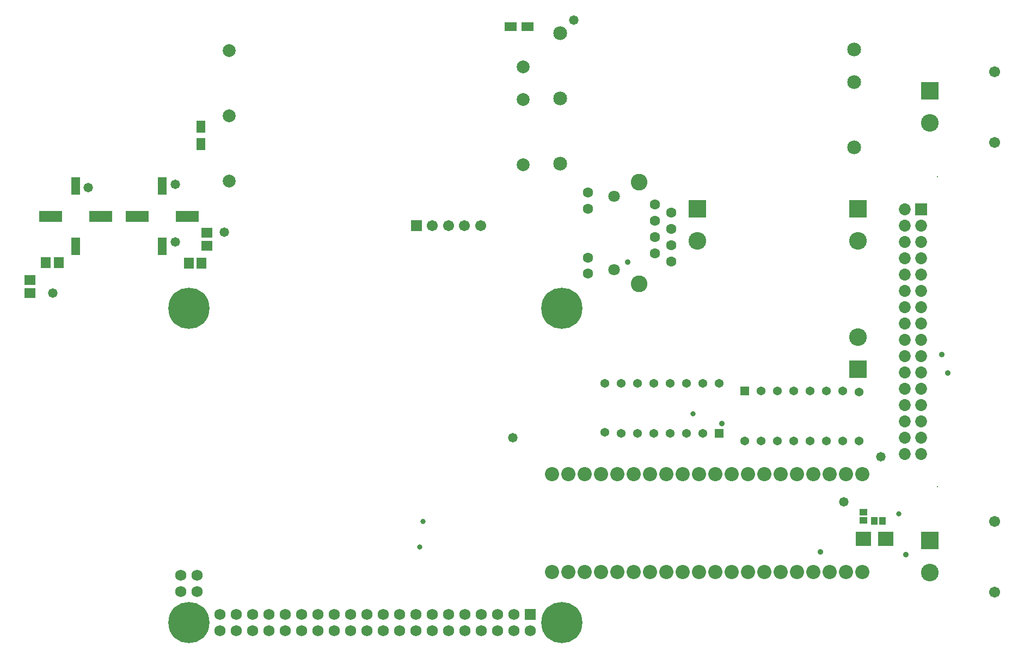
<source format=gts>
G04*
G04 #@! TF.GenerationSoftware,Altium Limited,Altium Designer,20.0.12 (288)*
G04*
G04 Layer_Color=8388736*
%FSLAX44Y44*%
%MOMM*%
G71*
G01*
G75*
%ADD17R,3.5824X1.8024*%
%ADD18R,1.4224X2.6924*%
%ADD19R,2.4532X2.3032*%
%ADD20R,1.1532X1.0032*%
%ADD21R,1.0032X1.1532*%
%ADD22R,1.7032X1.6032*%
%ADD23R,1.6032X1.7032*%
%ADD24R,1.9532X1.4532*%
%ADD25R,1.4532X1.9532*%
%ADD26C,2.7532*%
%ADD27R,2.7532X2.7532*%
%ADD28C,2.0032*%
%ADD29C,1.7112*%
%ADD30R,1.7112X1.7112*%
%ADD31C,1.6032*%
%ADD32C,2.6032*%
%ADD33C,1.8032*%
%ADD34C,1.8532*%
%ADD35R,1.8532X1.8532*%
%ADD36C,0.2032*%
%ADD37C,1.3732*%
%ADD38R,1.3732X1.3732*%
%ADD39O,2.2032X2.2032*%
%ADD40C,1.7272*%
%ADD41R,1.7272X1.7272*%
%ADD42C,6.4032*%
%ADD43C,2.1532*%
%ADD44C,0.8032*%
%ADD45C,0.9032*%
%ADD46C,1.4732*%
D17*
X123850Y670000D02*
D03*
X46150D02*
D03*
X258850D02*
D03*
X181150D02*
D03*
D18*
X85000Y623000D02*
D03*
Y717000D02*
D03*
X220000Y623000D02*
D03*
Y717000D02*
D03*
D19*
X1344750Y168000D02*
D03*
X1310250D02*
D03*
D20*
X1310764Y196500D02*
D03*
Y209500D02*
D03*
D21*
X1340000Y196000D02*
D03*
X1327000D02*
D03*
D22*
X14000Y570500D02*
D03*
Y550500D02*
D03*
X289000Y624000D02*
D03*
Y644000D02*
D03*
D23*
X59000Y598000D02*
D03*
X39000D02*
D03*
X261000Y597000D02*
D03*
X281000D02*
D03*
D24*
X788250Y965000D02*
D03*
X761750D02*
D03*
D25*
X279750Y809250D02*
D03*
Y782750D02*
D03*
D26*
X1302000Y482000D02*
D03*
X1414000Y815000D02*
D03*
Y115000D02*
D03*
X1052000Y632000D02*
D03*
X1302000D02*
D03*
D27*
Y432000D02*
D03*
X1414000Y865000D02*
D03*
Y165000D02*
D03*
X1052000Y682000D02*
D03*
X1302000D02*
D03*
D28*
X781000Y750000D02*
D03*
Y902400D02*
D03*
Y851600D02*
D03*
X323800Y927800D02*
D03*
Y826200D02*
D03*
Y724600D02*
D03*
D29*
X665000Y655250D02*
D03*
X690000D02*
D03*
X640000D02*
D03*
X715000D02*
D03*
X1514000Y895000D02*
D03*
Y785000D02*
D03*
Y195000D02*
D03*
Y85000D02*
D03*
D30*
X615000Y655250D02*
D03*
D31*
X986500Y688350D02*
D03*
X1011900Y675650D02*
D03*
X986500Y662950D02*
D03*
X1011900Y650250D02*
D03*
X986500Y637550D02*
D03*
X1011900Y624850D02*
D03*
X986500Y612150D02*
D03*
X1011900Y599450D02*
D03*
X881900Y580900D02*
D03*
Y605800D02*
D03*
Y682000D02*
D03*
Y706900D02*
D03*
D32*
X961500Y722650D02*
D03*
Y565150D02*
D03*
D33*
X923000Y701050D02*
D03*
Y586750D02*
D03*
D34*
X1374600Y324900D02*
D03*
X1400000D02*
D03*
X1374600Y375700D02*
D03*
X1400000D02*
D03*
X1374600Y426500D02*
D03*
X1400000D02*
D03*
X1374600Y477300D02*
D03*
X1400000D02*
D03*
X1374600Y528100D02*
D03*
X1400000D02*
D03*
X1374600Y578900D02*
D03*
X1400000D02*
D03*
X1374600Y629700D02*
D03*
X1400000D02*
D03*
X1374600Y680500D02*
D03*
Y299500D02*
D03*
Y350300D02*
D03*
Y401100D02*
D03*
Y451900D02*
D03*
Y502700D02*
D03*
Y553500D02*
D03*
Y604300D02*
D03*
Y655100D02*
D03*
X1400000Y299500D02*
D03*
Y350300D02*
D03*
Y401100D02*
D03*
Y451900D02*
D03*
Y502700D02*
D03*
Y553500D02*
D03*
Y604300D02*
D03*
Y655100D02*
D03*
D35*
Y680500D02*
D03*
D36*
X1425400Y731300D02*
D03*
Y248700D02*
D03*
D37*
X1085800Y410000D02*
D03*
X1060400D02*
D03*
Y332200D02*
D03*
X1035000D02*
D03*
X1009600D02*
D03*
X984200D02*
D03*
X958800D02*
D03*
X933400D02*
D03*
X908000Y333800D02*
D03*
Y410000D02*
D03*
X933400D02*
D03*
X958800D02*
D03*
X984200D02*
D03*
X1009600D02*
D03*
X1035000D02*
D03*
X1126100Y320400D02*
D03*
X1151500D02*
D03*
Y398200D02*
D03*
X1176900D02*
D03*
X1202300D02*
D03*
X1227700D02*
D03*
X1253100D02*
D03*
X1278500D02*
D03*
X1303900Y396600D02*
D03*
Y320400D02*
D03*
X1278500D02*
D03*
X1253100D02*
D03*
X1227700D02*
D03*
X1202300D02*
D03*
X1176900D02*
D03*
D38*
X1085800Y332200D02*
D03*
X1126100Y398200D02*
D03*
D39*
X1232569Y268283D02*
D03*
X1257969D02*
D03*
X1308769D02*
D03*
X1207169D02*
D03*
X1283369D02*
D03*
X1181769D02*
D03*
X927661Y116137D02*
D03*
X826060D02*
D03*
X902261D02*
D03*
X876861D02*
D03*
X851460D02*
D03*
X953061D02*
D03*
X978460D02*
D03*
X1029260D02*
D03*
X1054660D02*
D03*
X1080061D02*
D03*
X1003860D02*
D03*
X1105461D02*
D03*
X1156261D02*
D03*
X1308660D02*
D03*
X1283260D02*
D03*
X1257860D02*
D03*
X1232460D02*
D03*
X1130861D02*
D03*
X1207060D02*
D03*
X1181661D02*
D03*
X927769Y268283D02*
D03*
X825915D02*
D03*
X902369D02*
D03*
X876969D02*
D03*
X851569D02*
D03*
X953169D02*
D03*
X1080169D02*
D03*
X1156369D02*
D03*
X1130969D02*
D03*
X1105569D02*
D03*
X1054769D02*
D03*
X1029369D02*
D03*
X1003969D02*
D03*
X978569D02*
D03*
D40*
X248700Y85530D02*
D03*
X274100D02*
D03*
X248700Y110930D02*
D03*
X274100D02*
D03*
X309700Y24300D02*
D03*
X335100D02*
D03*
X360500D02*
D03*
X385900D02*
D03*
X411300D02*
D03*
X436700D02*
D03*
X309700Y49700D02*
D03*
X335100D02*
D03*
X360500D02*
D03*
X385900D02*
D03*
X411300D02*
D03*
X436700D02*
D03*
X462100Y24300D02*
D03*
Y49700D02*
D03*
X487500Y24300D02*
D03*
X512900D02*
D03*
X538300D02*
D03*
X563700D02*
D03*
X589100D02*
D03*
X614500D02*
D03*
X487500Y49700D02*
D03*
X512900D02*
D03*
X538300D02*
D03*
X563700D02*
D03*
X589100D02*
D03*
X614500D02*
D03*
X639900Y24300D02*
D03*
Y49700D02*
D03*
X665300Y24300D02*
D03*
X690700D02*
D03*
X716100D02*
D03*
X741500D02*
D03*
X766900D02*
D03*
X665300Y49700D02*
D03*
X690700D02*
D03*
X716100D02*
D03*
X741500D02*
D03*
X766900D02*
D03*
X792300Y24300D02*
D03*
D41*
Y49700D02*
D03*
D42*
X841000Y37000D02*
D03*
X261000D02*
D03*
Y527000D02*
D03*
X841000D02*
D03*
D43*
X838750Y751650D02*
D03*
Y853250D02*
D03*
Y954850D02*
D03*
X1295950Y878650D02*
D03*
Y929450D02*
D03*
Y777050D02*
D03*
D44*
X1045000Y362500D02*
D03*
X1365250Y206250D02*
D03*
X620000Y154810D02*
D03*
X625000Y195000D02*
D03*
D45*
X943557Y598500D02*
D03*
X1243250Y147500D02*
D03*
X1376250Y142750D02*
D03*
X1090000Y347500D02*
D03*
X1432000Y455000D02*
D03*
X1442000Y426000D02*
D03*
D46*
X316000Y645500D02*
D03*
X1337180Y295323D02*
D03*
X1280000Y225000D02*
D03*
X765000Y325000D02*
D03*
X240000Y630000D02*
D03*
X860000Y975000D02*
D03*
X50000Y550000D02*
D03*
X105000Y715000D02*
D03*
X240000Y720000D02*
D03*
M02*

</source>
